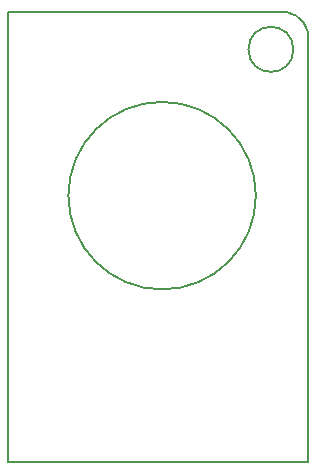
<source format=gbr>
G04 DipTrace 3.0.0.2*
G04 BoardOutline.gbr*
%MOIN*%
G04 #@! TF.FileFunction,Profile*
G04 #@! TF.Part,Single*
%ADD11C,0.005512*%
%FSLAX26Y26*%
G04*
G70*
G90*
G75*
G01*
G04 BoardOutline*
%LPD*%
X395803Y393701D2*
D11*
X1395803D1*
Y1818701D1*
X395803Y393701D2*
Y1893701D1*
X1320803D1*
X1195803Y1768701D2*
G02X1195803Y1768701I75000J0D01*
G01*
X1320803Y1893701D2*
G02X1395803Y1793701I-12500J-87500D01*
G01*
X595803Y1281201D2*
G02X595803Y1281201I312500J0D01*
G01*
M02*

</source>
